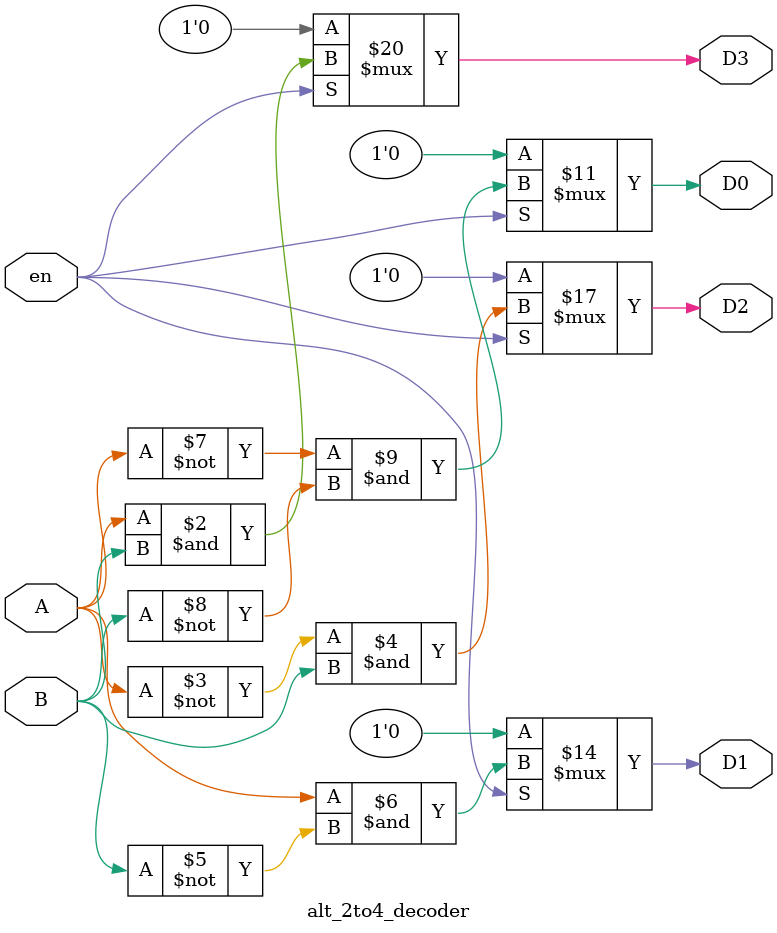
<source format=v>
`timescale 1ns / 1ps


module alt_2to4_decoder(
input A, B, en,
output reg D0, D1, D2, D3
);

always@(*)
begin
 if (en)
   begin
    D3 = A & B;
    D2 = (~A) & B;
    D1 = A & (~B);
    D0 = (~A) & (~B);
   end
 else
   begin
    D3 = 0;
    D2 = 0;
    D1 = 0;
    D0 = 0;
   end
end
endmodule

</source>
